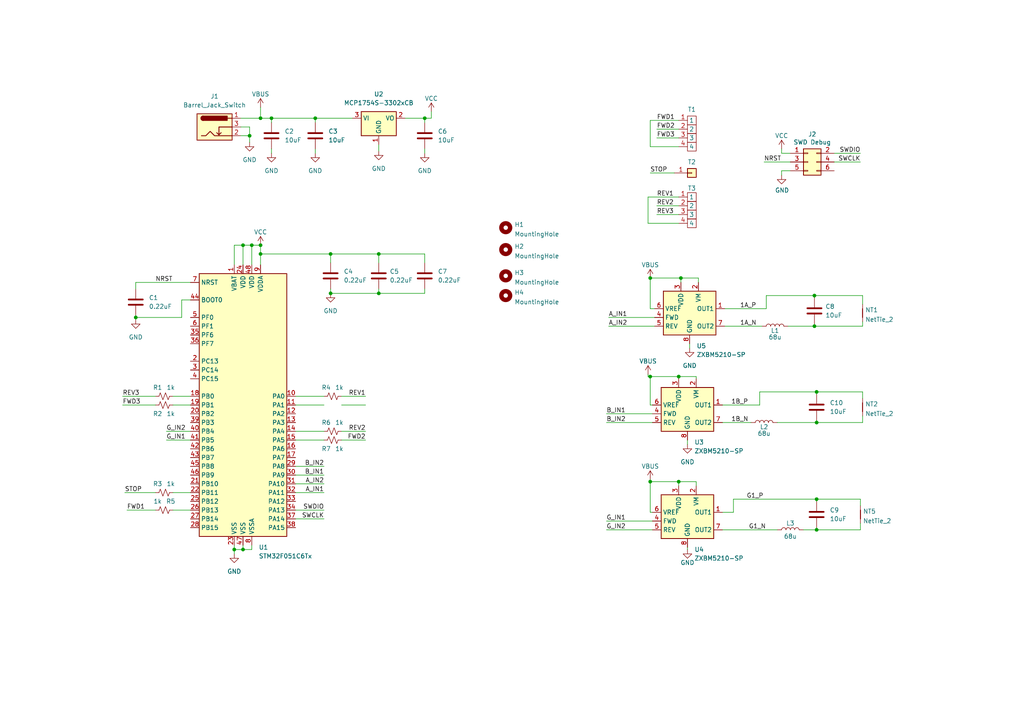
<source format=kicad_sch>
(kicad_sch (version 20211123) (generator eeschema)
  (paper "A4")
  (lib_symbols
    (symbol "Connector:Barrel_Jack_Switch" (pin_names hide)
      (property "Reference" "J" (at 0 5.334 0))
      (property "Value" "Barrel_Jack_Switch" (at 0 -5.08 0))
      (symbol "Barrel_Jack_Switch_0_1"
        (rectangle (start -5.08 3.81) (end 5.08 -3.81) (stroke (width 0.254)) (fill (type background)))
        (arc (start -3.302 3.175) (mid -3.937 2.54) (end -3.302 1.905) (stroke (width 0.254)))
        (arc (start -3.302 3.175) (mid -3.937 2.54) (end -3.302 1.905) (stroke (width 0.254)) (fill (type outline)))
        (polyline (pts (xy 1.27 -2.286) (xy 1.905 -1.651)) (stroke (width 0.254)))
        (polyline (pts (xy 5.08 2.54) (xy 3.81 2.54)) (stroke (width 0.254)))
        (polyline (pts (xy 5.08 0) (xy 1.27 0) (xy 1.27 -2.286) (xy 0.635 -1.651)) (stroke (width 0.254)))
        (polyline (pts (xy -3.81 -2.54) (xy -2.54 -2.54) (xy -1.27 -1.27) (xy 0 -2.54) (xy 2.54 -2.54) (xy 5.08 -2.54)) (stroke (width 0.254)))
        (rectangle (start 3.683 3.175) (end -3.302 1.905) (stroke (width 0.254)) (fill (type outline)))
      )
      (symbol "Barrel_Jack_Switch_1_1"
        (pin passive line (at 7.62 2.54 180) (length 2.54) (name "~") (number "1"))
        (pin passive line (at 7.62 -2.54 180) (length 2.54) (name "~") (number "2"))
        (pin passive line (at 7.62 0 180) (length 2.54) (name "~") (number "3"))
      )
    )
    (symbol "Connector_Generic:Conn_01x01" (pin_names (offset 1.016) hide)
      (property "Reference" "J" (at 0 2.54 0))
      (property "Value" "Conn_01x01" (at 0 -2.54 0))
      (symbol "Conn_01x01_1_1"
        (rectangle (start -1.27 0.127) (end 0 -0.127) (stroke (width 0.1524)))
        (rectangle (start -1.27 1.27) (end 1.27 -1.27) (stroke (width 0.254)) (fill (type background)))
        (pin passive line (at -5.08 0 0) (length 3.81) (name "Pin_1") (number "1"))
      )
    )
    (symbol "Connector_Generic:Conn_02x03_Odd_Even" (pin_names (offset 1.016) hide)
      (property "Reference" "J" (at 1.27 5.08 0))
      (property "Value" "Conn_02x03_Odd_Even" (at 1.27 -5.08 0))
      (symbol "Conn_02x03_Odd_Even_1_1"
        (rectangle (start -1.27 -2.413) (end 0 -2.667) (stroke (width 0.1524)))
        (rectangle (start -1.27 0.127) (end 0 -0.127) (stroke (width 0.1524)))
        (rectangle (start -1.27 2.667) (end 0 2.413) (stroke (width 0.1524)))
        (rectangle (start -1.27 3.81) (end 3.81 -3.81) (stroke (width 0.254)) (fill (type background)))
        (rectangle (start 3.81 -2.413) (end 2.54 -2.667) (stroke (width 0.1524)))
        (rectangle (start 3.81 0.127) (end 2.54 -0.127) (stroke (width 0.1524)))
        (rectangle (start 3.81 2.667) (end 2.54 2.413) (stroke (width 0.1524)))
        (pin passive line (at -5.08 2.54 0) (length 3.81) (name "Pin_1") (number "1"))
        (pin passive line (at 7.62 2.54 180) (length 3.81) (name "Pin_2") (number "2"))
        (pin passive line (at -5.08 0 0) (length 3.81) (name "Pin_3") (number "3"))
        (pin passive line (at 7.62 0 180) (length 3.81) (name "Pin_4") (number "4"))
        (pin passive line (at -5.08 -2.54 0) (length 3.81) (name "Pin_5") (number "5"))
        (pin passive line (at 7.62 -2.54 180) (length 3.81) (name "Pin_6") (number "6"))
      )
    )
    (symbol "Device:C" (pin_numbers hide) (pin_names (offset 0.254))
      (property "Reference" "C" (at 0.635 2.54 0))
      (property "Value" "C" (at 0.635 -2.54 0))
      (symbol "C_0_1"
        (polyline (pts (xy -2.032 -0.762) (xy 2.032 -0.762)) (stroke (width 0.508)))
        (polyline (pts (xy -2.032 0.762) (xy 2.032 0.762)) (stroke (width 0.508)))
      )
      (symbol "C_1_1"
        (pin passive line (at 0 3.81 270) (length 2.794) (name "~") (number "1"))
        (pin passive line (at 0 -3.81 90) (length 2.794) (name "~") (number "2"))
      )
    )
    (symbol "Device:L" (pin_numbers hide) (pin_names (offset 1.016) hide)
      (property "Reference" "L" (at -1.27 0 90))
      (property "Value" "L" (at 1.905 0 90))
      (symbol "L_0_1"
        (arc (start 0 -2.54) (mid 0.635 -1.905) (end 0 -1.27))
        (arc (start 0 -1.27) (mid 0.635 -0.635) (end 0 0))
        (arc (start 0 0) (mid 0.635 0.635) (end 0 1.27))
        (arc (start 0 1.27) (mid 0.635 1.905) (end 0 2.54))
      )
      (symbol "L_1_1"
        (pin passive line (at 0 3.81 270) (length 1.27) (name "1") (number "1"))
        (pin passive line (at 0 -3.81 90) (length 1.27) (name "2") (number "2"))
      )
    )
    (symbol "Device:NetTie_2" (pin_numbers hide) (pin_names (offset 0) hide)
      (property "Reference" "NT" (at 0 1.27 0))
      (property "Value" "NetTie_2" (at 0 -1.27 0))
      (symbol "NetTie_2_0_1"
        (polyline (pts (xy -1.27 0) (xy 1.27 0)) (stroke (width 0.254)))
      )
      (symbol "NetTie_2_1_1"
        (pin passive line (at -2.54 0 0) (length 2.54) (name "1") (number "1"))
        (pin passive line (at 2.54 0 180) (length 2.54) (name "2") (number "2"))
      )
    )
    (symbol "Device:R_Small_US" (pin_numbers hide) (pin_names (offset 0.254) hide)
      (property "Reference" "R" (at 0.762 0.508 0))
      (property "Value" "R_Small_US" (at 0.762 -1.016 0))
      (symbol "R_Small_US_1_1"
        (polyline (pts (xy 0 0) (xy 1.016 -0.381) (xy 0 -0.762) (xy -1.016 -1.143) (xy 0 -1.524)))
        (polyline (pts (xy 0 1.524) (xy 1.016 1.143) (xy 0 0.762) (xy -1.016 0.381) (xy 0 0)))
        (pin passive line (at 0 2.54 270) (length 1.016) (name "~") (number "1"))
        (pin passive line (at 0 -2.54 90) (length 1.016) (name "~") (number "2"))
      )
    )
    (symbol "Driver_Motor:ZXBM5210-SP"
      (property "Reference" "U" (at -7.62 8.89 0))
      (property "Value" "ZXBM5210-SP" (at 10.16 8.89 0))
      (symbol "ZXBM5210-SP_0_0"
        (pin output line (at 10.16 2.54 180) (length 2.54) (name "OUT1") (number "1"))
        (pin power_in line (at 2.54 10.16 270) (length 2.54) (name "VM") (number "2"))
        (pin power_in line (at -2.54 10.16 270) (length 2.54) (name "VDD") (number "3"))
        (pin input line (at -10.16 0 0) (length 2.54) (name "FWD") (number "4"))
        (pin input line (at -10.16 -2.54 0) (length 2.54) (name "REV") (number "5"))
        (pin input line (at -10.16 2.54 0) (length 2.54) (name "VREF") (number "6"))
        (pin output line (at 10.16 -2.54 180) (length 2.54) (name "OUT2") (number "7"))
        (pin power_in line (at 0 -7.62 90) (length 2.54) (name "GND") (number "8"))
        (pin passive line (at 0 -7.62 90) (length 2.54) hide (name "GND") (number "9"))
      )
      (symbol "ZXBM5210-SP_0_1"
        (rectangle (start -7.62 7.62) (end 7.62 -5.08) (stroke (width 0.254)) (fill (type background)))
      )
    )
    (symbol "MCU_ST_STM32F0:STM32F051C6Tx"
      (property "Reference" "U" (at -12.7 39.37 0))
      (property "Value" "STM32F051C6Tx" (at 7.62 39.37 0))
      (symbol "STM32F051C6Tx_0_1"
        (rectangle (start -12.7 -38.1) (end 12.7 38.1) (stroke (width 0.254)) (fill (type background)))
      )
      (symbol "STM32F051C6Tx_1_1"
        (pin power_in line (at -2.54 40.64 270) (length 2.54) (name "VBAT") (number "1"))
        (pin bidirectional line (at 15.24 2.54 180) (length 2.54) (name "PA0") (number "10"))
        (pin bidirectional line (at 15.24 0 180) (length 2.54) (name "PA1") (number "11"))
        (pin bidirectional line (at 15.24 -2.54 180) (length 2.54) (name "PA2") (number "12"))
        (pin bidirectional line (at 15.24 -5.08 180) (length 2.54) (name "PA3") (number "13"))
        (pin bidirectional line (at 15.24 -7.62 180) (length 2.54) (name "PA4") (number "14"))
        (pin bidirectional line (at 15.24 -10.16 180) (length 2.54) (name "PA5") (number "15"))
        (pin bidirectional line (at 15.24 -12.7 180) (length 2.54) (name "PA6") (number "16"))
        (pin bidirectional line (at 15.24 -15.24 180) (length 2.54) (name "PA7") (number "17"))
        (pin bidirectional line (at -15.24 2.54 0) (length 2.54) (name "PB0") (number "18"))
        (pin bidirectional line (at -15.24 0 0) (length 2.54) (name "PB1") (number "19"))
        (pin bidirectional line (at -15.24 12.7 0) (length 2.54) (name "PC13") (number "2"))
        (pin bidirectional line (at -15.24 -2.54 0) (length 2.54) (name "PB2") (number "20"))
        (pin bidirectional line (at -15.24 -22.86 0) (length 2.54) (name "PB10") (number "21"))
        (pin bidirectional line (at -15.24 -25.4 0) (length 2.54) (name "PB11") (number "22"))
        (pin power_in line (at -2.54 -40.64 90) (length 2.54) (name "VSS") (number "23"))
        (pin power_in line (at 0 40.64 270) (length 2.54) (name "VDD") (number "24"))
        (pin bidirectional line (at -15.24 -27.94 0) (length 2.54) (name "PB12") (number "25"))
        (pin bidirectional line (at -15.24 -30.48 0) (length 2.54) (name "PB13") (number "26"))
        (pin bidirectional line (at -15.24 -33.02 0) (length 2.54) (name "PB14") (number "27"))
        (pin bidirectional line (at -15.24 -35.56 0) (length 2.54) (name "PB15") (number "28"))
        (pin bidirectional line (at 15.24 -17.78 180) (length 2.54) (name "PA8") (number "29"))
        (pin bidirectional line (at -15.24 10.16 0) (length 2.54) (name "PC14") (number "3"))
        (pin bidirectional line (at 15.24 -20.32 180) (length 2.54) (name "PA9") (number "30"))
        (pin bidirectional line (at 15.24 -22.86 180) (length 2.54) (name "PA10") (number "31"))
        (pin bidirectional line (at 15.24 -25.4 180) (length 2.54) (name "PA11") (number "32"))
        (pin bidirectional line (at 15.24 -27.94 180) (length 2.54) (name "PA12") (number "33"))
        (pin bidirectional line (at 15.24 -30.48 180) (length 2.54) (name "PA13") (number "34"))
        (pin bidirectional line (at -15.24 20.32 0) (length 2.54) (name "PF6") (number "35"))
        (pin bidirectional line (at -15.24 17.78 0) (length 2.54) (name "PF7") (number "36"))
        (pin bidirectional line (at 15.24 -33.02 180) (length 2.54) (name "PA14") (number "37"))
        (pin bidirectional line (at 15.24 -35.56 180) (length 2.54) (name "PA15") (number "38"))
        (pin bidirectional line (at -15.24 -5.08 0) (length 2.54) (name "PB3") (number "39"))
        (pin bidirectional line (at -15.24 7.62 0) (length 2.54) (name "PC15") (number "4"))
        (pin bidirectional line (at -15.24 -7.62 0) (length 2.54) (name "PB4") (number "40"))
        (pin bidirectional line (at -15.24 -10.16 0) (length 2.54) (name "PB5") (number "41"))
        (pin bidirectional line (at -15.24 -12.7 0) (length 2.54) (name "PB6") (number "42"))
        (pin bidirectional line (at -15.24 -15.24 0) (length 2.54) (name "PB7") (number "43"))
        (pin input line (at -15.24 30.48 0) (length 2.54) (name "BOOT0") (number "44"))
        (pin bidirectional line (at -15.24 -17.78 0) (length 2.54) (name "PB8") (number "45"))
        (pin bidirectional line (at -15.24 -20.32 0) (length 2.54) (name "PB9") (number "46"))
        (pin power_in line (at 0 -40.64 90) (length 2.54) (name "VSS") (number "47"))
        (pin power_in line (at 2.54 40.64 270) (length 2.54) (name "VDD") (number "48"))
        (pin input line (at -15.24 25.4 0) (length 2.54) (name "PF0") (number "5"))
        (pin input line (at -15.24 22.86 0) (length 2.54) (name "PF1") (number "6"))
        (pin input line (at -15.24 35.56 0) (length 2.54) (name "NRST") (number "7"))
        (pin power_in line (at 2.54 -40.64 90) (length 2.54) (name "VSSA") (number "8"))
        (pin power_in line (at 5.08 40.64 270) (length 2.54) (name "VDDA") (number "9"))
      )
    )
    (symbol "Mechanical:MountingHole" (pin_names (offset 1.016))
      (property "Reference" "H" (at 0 5.08 0))
      (property "Value" "MountingHole" (at 0 3.175 0))
      (symbol "MountingHole_0_1"
        (circle (center 0 0) (radius 1.27) (stroke (width 1.27)))
      )
    )
    (symbol "Regulator_Linear:MCP1754S-3302xCB"
      (property "Reference" "U" (at -3.81 3.175 0))
      (property "Value" "MCP1754S-3302xCB" (at -0.635 3.175 0))
      (symbol "MCP1754S-3302xCB_0_1"
        (rectangle (start -5.08 -5.08) (end 5.08 1.905) (stroke (width 0.254)) (fill (type background)))
      )
      (symbol "MCP1754S-3302xCB_1_1"
        (pin power_in line (at 0 -7.62 90) (length 2.54) (name "GND") (number "1"))
        (pin power_out line (at 7.62 0 180) (length 2.54) (name "VO") (number "2"))
        (pin power_in line (at -7.62 0 0) (length 2.54) (name "VI") (number "3"))
      )
    )
    (symbol "power:GND" (power) (pin_names (offset 0))
      (property "Value" "GND" (at 0 -3.81 0))
      (symbol "GND_0_1"
        (polyline (pts (xy 0 0) (xy 0 -1.27) (xy 1.27 -1.27) (xy 0 -2.54) (xy -1.27 -1.27) (xy 0 -1.27)))
      )
      (symbol "GND_1_1"
        (pin power_in line (at 0 0 270) (length 0) hide (name "GND") (number "1"))
      )
    )
    (symbol "power:VBUS" (power) (pin_names (offset 0))
      (property "Value" "VBUS" (at 0 3.81 0))
      (symbol "VBUS_0_1"
        (polyline (pts (xy -0.762 1.27) (xy 0 2.54)))
        (polyline (pts (xy 0 0) (xy 0 2.54)))
        (polyline (pts (xy 0 2.54) (xy 0.762 1.27)))
      )
      (symbol "VBUS_1_1"
        (pin power_in line (at 0 0 90) (length 0) hide (name "VBUS") (number "1"))
      )
    )
    (symbol "power:VCC" (power) (pin_names (offset 0))
      (property "Value" "VCC" (at 0 3.81 0))
      (symbol "VCC_0_1"
        (polyline (pts (xy -0.762 1.27) (xy 0 2.54)))
        (polyline (pts (xy 0 0) (xy 0 2.54)))
        (polyline (pts (xy 0 2.54) (xy 0.762 1.27)))
      )
      (symbol "VCC_1_1"
        (pin power_in line (at 0 0 90) (length 0) hide (name "VCC") (number "1"))
      )
    )
    (symbol "track_v2:LinearTouch4"
      (property "Reference" "U" (at 0 -10.16 0))
      (property "Value" "LinearTouch4" (at 0 -7.62 0))
      (symbol "LinearTouch4_0_1"
        (rectangle (start -1.27 -2.54) (end 1.27 -5.08))
        (rectangle (start -1.27 0) (end 1.27 -2.54))
        (rectangle (start -1.27 2.54) (end 1.27 0))
        (rectangle (start -1.27 5.08) (end 1.27 2.54))
      )
      (symbol "LinearTouch4_1_1"
        (pin input line (at 3.81 3.81 180) (length 2.54) (name "1") (number "1"))
        (pin input line (at 3.81 1.27 180) (length 2.54) (name "2") (number "2"))
        (pin input line (at 3.81 -1.27 180) (length 2.54) (name "3") (number "3"))
        (pin input line (at 3.81 -3.81 180) (length 2.54) (name "4") (number "4"))
      )
    )
  )
  (junction (at 95.885 85.09))
  (junction (at 39.37 92.075))
  (junction (at 188.595 80.645))
  (junction (at 73.025 71.12))
  (junction (at 196.85 139.7))
  (junction (at 188.595 139.7))
  (junction (at 236.855 153.67))
  (junction (at 91.44 34.29))
  (junction (at 70.485 159.385))
  (junction (at 236.855 144.78))
  (junction (at 236.855 113.665))
  (junction (at 78.74 34.29))
  (junction (at 70.485 71.12))
  (junction (at 109.855 85.09))
  (junction (at 236.22 85.725))
  (junction (at 196.85 109.22))
  (junction (at 109.855 73.66))
  (junction (at 236.22 94.615))
  (junction (at 72.39 39.37))
  (junction (at 197.485 80.645))
  (junction (at 95.885 73.66))
  (junction (at 75.565 34.29))
  (junction (at 236.855 122.555))
  (junction (at 188.595 109.22))
  (junction (at 75.565 73.66))
  (junction (at 123.19 34.29))
  (junction (at 67.945 159.385))
  (junction (at 75.565 71.12))
  (wire (pts (xy 176.53 94.615) (xy 189.865 94.615)))
  (wire (pts (xy 249.555 153.67) (xy 236.855 153.67)))
  (wire (pts (xy 250.19 122.555) (xy 250.19 120.65)))
  (wire (pts (xy 72.39 36.83) (xy 72.39 39.37)))
  (wire (pts (xy 176.53 92.075) (xy 189.865 92.075)))
  (wire (pts (xy 35.56 117.475) (xy 45.085 117.475)))
  (wire (pts (xy 75.565 73.66) (xy 95.885 73.66)))
  (wire (pts (xy 78.74 34.29) (xy 78.74 35.56)))
  (wire (pts (xy 70.485 159.385) (xy 73.025 159.385)))
  (wire (pts (xy 209.55 153.67) (xy 225.425 153.67)))
  (wire (pts (xy 85.725 127.635) (xy 93.98 127.635)))
  (wire (pts (xy 117.475 34.29) (xy 123.19 34.29)))
  (wire (pts (xy 50.165 147.955) (xy 55.245 147.955)))
  (wire (pts (xy 95.885 85.09) (xy 109.855 85.09)))
  (wire (pts (xy 236.855 113.665) (xy 220.345 113.665)))
  (wire (pts (xy 39.37 91.44) (xy 39.37 92.075)))
  (wire (pts (xy 67.945 159.385) (xy 70.485 159.385)))
  (wire (pts (xy 236.855 153.67) (xy 236.855 153.035)))
  (wire (pts (xy 67.945 158.115) (xy 67.945 159.385)))
  (wire (pts (xy 249.555 151.765) (xy 249.555 153.67)))
  (wire (pts (xy 188.595 80.645) (xy 197.485 80.645)))
  (wire (pts (xy 202.565 80.645) (xy 202.565 81.915)))
  (wire (pts (xy 175.895 153.67) (xy 189.23 153.67)))
  (wire (pts (xy 209.55 148.59) (xy 212.725 148.59)))
  (wire (pts (xy 52.705 86.995) (xy 55.245 86.995)))
  (wire (pts (xy 199.39 158.75) (xy 199.39 159.385)))
  (wire (pts (xy 233.045 153.67) (xy 236.855 153.67)))
  (wire (pts (xy 123.19 34.29) (xy 125.095 34.29)))
  (wire (pts (xy 67.945 76.835) (xy 67.945 71.12)))
  (wire (pts (xy 212.725 144.78) (xy 212.725 148.59)))
  (wire (pts (xy 52.705 92.075) (xy 52.705 86.995)))
  (wire (pts (xy 196.85 42.545) (xy 188.595 42.545)))
  (wire (pts (xy 199.39 127.635) (xy 199.39 128.905)))
  (wire (pts (xy 226.695 44.45) (xy 229.235 44.45)))
  (wire (pts (xy 225.425 122.555) (xy 236.855 122.555)))
  (wire (pts (xy 75.565 34.29) (xy 78.74 34.29)))
  (wire (pts (xy 250.19 85.725) (xy 250.19 88.265)))
  (wire (pts (xy 99.06 127.635) (xy 106.045 127.635)))
  (wire (pts (xy 229.235 46.99) (xy 221.615 46.99)))
  (wire (pts (xy 196.85 62.23) (xy 190.5 62.23)))
  (wire (pts (xy 50.165 117.475) (xy 55.245 117.475)))
  (wire (pts (xy 188.595 139.7) (xy 188.595 148.59)))
  (wire (pts (xy 236.22 85.725) (xy 250.19 85.725)))
  (wire (pts (xy 209.55 122.555) (xy 217.805 122.555)))
  (wire (pts (xy 109.855 41.91) (xy 109.855 43.815)))
  (wire (pts (xy 69.85 34.29) (xy 75.565 34.29)))
  (wire (pts (xy 201.93 109.22) (xy 201.93 109.855)))
  (wire (pts (xy 222.25 85.725) (xy 236.22 85.725)))
  (wire (pts (xy 85.725 125.095) (xy 93.98 125.095)))
  (wire (pts (xy 91.44 34.29) (xy 102.235 34.29)))
  (wire (pts (xy 99.06 125.095) (xy 106.045 125.095)))
  (wire (pts (xy 226.695 49.53) (xy 226.695 50.8)))
  (wire (pts (xy 175.895 122.555) (xy 189.23 122.555)))
  (wire (pts (xy 187.96 64.77) (xy 196.85 64.77)))
  (wire (pts (xy 99.06 114.935) (xy 106.045 114.935)))
  (wire (pts (xy 188.595 139.7) (xy 188.595 139.065)))
  (wire (pts (xy 196.85 57.15) (xy 187.96 57.15)))
  (wire (pts (xy 197.485 80.645) (xy 197.485 81.915)))
  (wire (pts (xy 48.26 125.095) (xy 55.245 125.095)))
  (wire (pts (xy 236.22 93.98) (xy 236.22 94.615)))
  (wire (pts (xy 109.855 83.82) (xy 109.855 85.09)))
  (wire (pts (xy 48.26 127.635) (xy 55.245 127.635)))
  (wire (pts (xy 250.19 113.665) (xy 250.19 115.57)))
  (wire (pts (xy 36.83 147.955) (xy 45.085 147.955)))
  (wire (pts (xy 70.485 71.12) (xy 70.485 76.835)))
  (wire (pts (xy 69.85 36.83) (xy 72.39 36.83)))
  (wire (pts (xy 39.37 81.915) (xy 39.37 83.82)))
  (wire (pts (xy 75.565 34.29) (xy 75.565 31.115)))
  (wire (pts (xy 226.695 43.18) (xy 226.695 44.45)))
  (wire (pts (xy 236.855 121.92) (xy 236.855 122.555)))
  (wire (pts (xy 188.595 42.545) (xy 188.595 34.925)))
  (wire (pts (xy 201.93 139.7) (xy 201.93 140.97)))
  (wire (pts (xy 175.895 151.13) (xy 189.23 151.13)))
  (wire (pts (xy 73.025 71.12) (xy 73.025 76.835)))
  (wire (pts (xy 67.945 159.385) (xy 67.945 160.655)))
  (wire (pts (xy 196.85 139.7) (xy 201.93 139.7)))
  (wire (pts (xy 189.23 117.475) (xy 188.595 117.475)))
  (wire (pts (xy 70.485 159.385) (xy 70.485 158.115)))
  (wire (pts (xy 123.19 34.29) (xy 123.19 35.56)))
  (wire (pts (xy 209.55 117.475) (xy 220.345 117.475)))
  (wire (pts (xy 229.235 49.53) (xy 226.695 49.53)))
  (wire (pts (xy 85.725 117.475) (xy 93.98 117.475)))
  (wire (pts (xy 196.85 109.22) (xy 201.93 109.22)))
  (wire (pts (xy 196.85 40.005) (xy 190.5 40.005)))
  (wire (pts (xy 78.74 34.29) (xy 91.44 34.29)))
  (wire (pts (xy 95.885 83.82) (xy 95.885 85.09)))
  (wire (pts (xy 50.165 142.875) (xy 55.245 142.875)))
  (wire (pts (xy 85.725 135.255) (xy 93.98 135.255)))
  (wire (pts (xy 85.725 140.335) (xy 93.98 140.335)))
  (wire (pts (xy 95.885 73.66) (xy 109.855 73.66)))
  (wire (pts (xy 188.595 89.535) (xy 188.595 80.645)))
  (wire (pts (xy 35.56 114.935) (xy 45.085 114.935)))
  (wire (pts (xy 85.725 147.955) (xy 93.98 147.955)))
  (wire (pts (xy 175.895 120.015) (xy 189.23 120.015)))
  (wire (pts (xy 187.96 57.15) (xy 187.96 64.77)))
  (wire (pts (xy 85.725 150.495) (xy 93.98 150.495)))
  (wire (pts (xy 39.37 92.075) (xy 39.37 92.71)))
  (wire (pts (xy 236.855 122.555) (xy 250.19 122.555)))
  (wire (pts (xy 69.85 39.37) (xy 72.39 39.37)))
  (wire (pts (xy 210.185 94.615) (xy 220.98 94.615)))
  (wire (pts (xy 196.85 140.97) (xy 196.85 139.7)))
  (wire (pts (xy 196.85 34.925) (xy 188.595 34.925)))
  (wire (pts (xy 125.095 32.385) (xy 125.095 34.29)))
  (wire (pts (xy 212.725 144.78) (xy 236.855 144.78)))
  (wire (pts (xy 75.565 71.12) (xy 75.565 73.66)))
  (wire (pts (xy 197.485 80.645) (xy 202.565 80.645)))
  (wire (pts (xy 123.19 73.66) (xy 123.19 76.2)))
  (wire (pts (xy 85.725 142.875) (xy 93.98 142.875)))
  (wire (pts (xy 55.245 81.915) (xy 39.37 81.915)))
  (wire (pts (xy 91.44 43.18) (xy 91.44 44.45)))
  (wire (pts (xy 36.195 142.875) (xy 45.085 142.875)))
  (wire (pts (xy 73.025 159.385) (xy 73.025 158.115)))
  (wire (pts (xy 123.19 43.18) (xy 123.19 44.45)))
  (wire (pts (xy 109.855 73.66) (xy 109.855 76.2)))
  (wire (pts (xy 241.935 44.45) (xy 249.555 44.45)))
  (wire (pts (xy 196.85 59.69) (xy 190.5 59.69)))
  (wire (pts (xy 188.595 109.22) (xy 188.595 117.475)))
  (wire (pts (xy 241.935 46.99) (xy 249.555 46.99)))
  (wire (pts (xy 250.19 94.615) (xy 250.19 93.345)))
  (wire (pts (xy 200.025 99.695) (xy 200.025 100.965)))
  (wire (pts (xy 75.565 73.66) (xy 75.565 76.835)))
  (wire (pts (xy 196.85 37.465) (xy 190.5 37.465)))
  (wire (pts (xy 109.855 85.09) (xy 123.19 85.09)))
  (wire (pts (xy 39.37 92.075) (xy 52.705 92.075)))
  (wire (pts (xy 236.855 114.3) (xy 236.855 113.665)))
  (wire (pts (xy 67.945 71.12) (xy 70.485 71.12)))
  (wire (pts (xy 78.74 43.18) (xy 78.74 44.45)))
  (wire (pts (xy 85.725 114.935) (xy 93.98 114.935)))
  (wire (pts (xy 72.39 39.37) (xy 72.39 41.275)))
  (wire (pts (xy 195.58 50.165) (xy 188.595 50.165)))
  (wire (pts (xy 95.885 73.66) (xy 95.885 76.2)))
  (wire (pts (xy 236.855 144.78) (xy 236.855 145.415)))
  (wire (pts (xy 85.725 137.795) (xy 93.98 137.795)))
  (wire (pts (xy 236.855 113.665) (xy 250.19 113.665)))
  (wire (pts (xy 91.44 34.29) (xy 91.44 35.56)))
  (wire (pts (xy 99.06 117.475) (xy 106.045 117.475)))
  (wire (pts (xy 70.485 71.12) (xy 73.025 71.12)))
  (wire (pts (xy 220.345 113.665) (xy 220.345 117.475)))
  (wire (pts (xy 236.855 144.78) (xy 249.555 144.78)))
  (wire (pts (xy 196.85 109.22) (xy 196.85 109.855)))
  (wire (pts (xy 189.865 89.535) (xy 188.595 89.535)))
  (wire (pts (xy 210.185 89.535) (xy 222.25 89.535)))
  (wire (pts (xy 187.96 109.22) (xy 188.595 109.22)))
  (wire (pts (xy 187.96 108.585) (xy 187.96 109.22)))
  (wire (pts (xy 236.22 94.615) (xy 250.19 94.615)))
  (wire (pts (xy 50.165 114.935) (xy 55.245 114.935)))
  (wire (pts (xy 123.19 85.09) (xy 123.19 83.82)))
  (wire (pts (xy 189.23 148.59) (xy 188.595 148.59)))
  (wire (pts (xy 249.555 144.78) (xy 249.555 146.685)))
  (wire (pts (xy 236.22 85.725) (xy 236.22 86.36)))
  (wire (pts (xy 109.855 73.66) (xy 123.19 73.66)))
  (wire (pts (xy 73.025 71.12) (xy 75.565 71.12)))
  (wire (pts (xy 228.6 94.615) (xy 236.22 94.615)))
  (wire (pts (xy 222.25 89.535) (xy 222.25 85.725)))
  (wire (pts (xy 196.85 139.7) (xy 188.595 139.7)))
  (wire (pts (xy 188.595 109.22) (xy 196.85 109.22)))
  (label "G1_P" (at 216.535 144.78 0))
  (label "A_IN2" (at 93.98 140.335 180))
  (label "1B_N" (at 212.09 122.555 0))
  (label "SWCLK" (at 93.98 150.495 180))
  (label "REV2" (at 106.045 125.095 180))
  (label "1B_P" (at 212.09 117.475 0))
  (label "NRST" (at 45.085 81.915 0))
  (label "STOP" (at 36.195 142.875 0))
  (label "REV2" (at 190.5 59.69 0))
  (label "B_IN1" (at 93.98 137.795 180))
  (label "B_IN1" (at 175.895 120.015 0))
  (label "STOP" (at 188.595 50.165 0))
  (label "FWD2" (at 106.045 127.635 180))
  (label "REV1" (at 190.5 57.15 0))
  (label "A_IN2" (at 176.53 94.615 0))
  (label "B_IN2" (at 175.895 122.555 0))
  (label "G_IN1" (at 48.26 127.635 0))
  (label "A_IN1" (at 176.53 92.075 0))
  (label "FWD1" (at 190.5 34.925 0))
  (label "G_IN2" (at 48.26 125.095 0))
  (label "SWDIO" (at 93.98 147.955 180))
  (label "1A_N" (at 214.63 94.615 0))
  (label "FWD1" (at 36.83 147.955 0))
  (label "FWD3" (at 190.5 40.005 0))
  (label "A_IN1" (at 93.98 142.875 180))
  (label "1A_P" (at 214.63 89.535 0))
  (label "REV3" (at 190.5 62.23 0))
  (label "B_IN2" (at 93.98 135.255 180))
  (label "G1_N" (at 217.17 153.67 0))
  (label "REV1" (at 106.045 114.935 180))
  (label "SWCLK" (at 249.555 46.99 180))
  (label "REV3" (at 35.56 114.935 0))
  (label "SWDIO" (at 249.555 44.45 180))
  (label "NRST" (at 221.615 46.99 0))
  (label "FWD3" (at 35.56 117.475 0))
  (label "G_IN1" (at 175.895 151.13 0))
  (label "G_IN2" (at 175.895 153.67 0))
  (label "FWD2" (at 190.5 37.465 0))
  (symbol (lib_id "power:GND") (at 109.855 43.815 0) (unit 1)
    (property "Reference" "#PWR0112" (effects hide))
    (property "Value" "GND" (at 109.855 48.895 0))
  )
  (symbol (lib_id "power:GND") (at 95.885 85.09 0) (unit 1)
    (property "Reference" "#PWR0105" (effects hide))
    (property "Value" "GND" (at 95.885 90.17 0))
  )
  (symbol (lib_id "power:GND") (at 199.39 128.905 0) (unit 1)
    (property "Reference" "#PWR0119" (effects hide))
    (property "Value" "GND" (at 199.39 133.985 0))
  )
  (symbol (lib_id "power:GND") (at 91.44 44.45 0) (unit 1)
    (property "Reference" "#PWR0111" (effects hide))
    (property "Value" "GND" (at 91.44 49.53 0))
  )
  (symbol (lib_id "Device:C") (at 91.44 39.37 0) (unit 1)
    (property "Reference" "C3" (at 95.25 38.0999 0) (effects (justify left)))
    (property "Value" "10uF" (at 95.25 40.6399 0) (effects (justify left)))
    (property "Footprint" "Capacitor_SMD:C_0805_2012Metric" (effects hide))
    (property "Mfg Part Number" "CL21A106KAYNNNG" (effects hide))
    (property "Part Description" "CAP CER 10UF 25V X5R 0805" (effects hide))
  )
  (symbol (lib_id "Device:C") (at 109.855 80.01 180) (unit 1)
    (property "Reference" "C5" (at 113.03 78.7399 0) (effects (justify right)))
    (property "Value" "0.22uF" (at 113.03 81.2799 0) (effects (justify right)))
    (property "Footprint" "Capacitor_SMD:C_0603_1608Metric" (effects hide))
    (property "Mfg Part Number" "CL10B224KA8NNNC" (effects hide))
    (property "Part Description" "CAP CER 0.22UF 25V X7R 0603" (effects hide))
  )
  (symbol (lib_id "track_v2:LinearTouch4") (at 200.66 38.735 0) (mirror y) (unit 1)
    (property "Reference" "T1" (at 200.66 31.75 0))
    (property "Value" "LinearTouch4" (effects hide))
    (property "Footprint" "touch:linear_touch_40.0mm" (effects hide))
  )
  (symbol (lib_id "Connector:Barrel_Jack_Switch") (at 62.23 36.83 0) (unit 1)
    (property "Reference" "J1" (at 62.23 27.94 0))
    (property "Value" "Barrel_Jack_Switch" (at 62.23 30.48 0))
    (property "Footprint" "jmlib:RASM722BK_Barrel" (effects hide))
    (property "Mfg Part Number" "RASM722BK" (effects hide))
  )
  (symbol (lib_id "Device:NetTie_2") (at 250.19 118.11 90) (unit 1)
    (property "Reference" "NT2" (at 250.952 117.2015 90) (effects (justify right)))
    (property "Value" "NetTie_2" (at 250.952 119.9766 90) (effects (justify right)))
    (property "Footprint" "NetTie:NetTie-2_SMD_Pad0.5mm" (effects hide))
  )
  (symbol (lib_id "Connector_Generic:Conn_02x03_Odd_Even") (at 234.315 46.99 0) (unit 1)
    (property "Reference" "J2" (at 235.585 38.9382 0))
    (property "Value" "SWD Debug" (at 235.585 41.2496 0))
    (property "Footprint" "Connector_PinHeader_2.54mm:PinHeader_2x03_P2.54mm_Vertical_SMD" (effects hide))
    (property "Config" "DNP" (effects hide))
  )
  (symbol (lib_id "Driver_Motor:ZXBM5210-SP") (at 199.39 151.13 0) (unit 1)
    (property "Reference" "U4" (at 201.4094 159.385 0) (effects (justify left)))
    (property "Value" "ZXBM5210-SP" (at 201.4094 161.925 0) (effects (justify left)))
    (property "Footprint" "Package_SO:Diodes_SO-8EP" (effects hide))
    (property "Datasheet" "https://www.diodes.com/assets/Datasheets/ZXBM5210.pdf" (effects hide))
    (property "Mfg Part Number" "ZXBM5210-SP-13" (effects hide))
  )
  (symbol (lib_id "Device:C") (at 123.19 80.01 0) (unit 1)
    (property "Reference" "C7" (at 127 78.7399 0) (effects (justify left)))
    (property "Value" "0.22uF" (at 127 81.2799 0) (effects (justify left)))
    (property "Footprint" "Capacitor_SMD:C_0603_1608Metric" (effects hide))
    (property "Mfg Part Number" "CL10B224KA8NNNC" (effects hide))
    (property "Part Description" "CAP CER 0.22UF 25V X7R 0603" (effects hide))
  )
  (symbol (lib_id "Device:R_Small_US") (at 96.52 125.095 90) (unit 1)
    (property "Reference" "R6" (at 94.615 122.555 90))
    (property "Value" "1k" (at 98.425 122.555 90))
    (property "Footprint" "Resistor_SMD:R_0603_1608Metric" (effects hide))
  )
  (symbol (lib_id "Device:NetTie_2") (at 250.19 90.805 90) (unit 1)
    (property "Reference" "NT1" (at 250.952 89.8965 90) (effects (justify right)))
    (property "Value" "NetTie_2" (at 250.952 92.6716 90) (effects (justify right)))
    (property "Footprint" "NetTie:NetTie-2_SMD_Pad0.5mm" (effects hide))
  )
  (symbol (lib_id "Regulator_Linear:MCP1754S-3302xCB") (at 109.855 34.29 0) (unit 1)
    (property "Reference" "U2" (at 109.855 27.305 0))
    (property "Value" "MCP1754S-3302xCB" (at 109.855 29.845 0))
    (property "Footprint" "Package_TO_SOT_SMD:SOT-23" (effects hide))
    (property "Datasheet" "http://ww1.microchip.com/downloads/en/DeviceDoc/20002276C.pdf" (effects hide))
    (property "Mfg Part Number" "MCP1754ST-3302E/CB" (effects hide))
  )
  (symbol (lib_id "Device:R_Small_US") (at 47.625 142.875 90) (unit 1)
    (property "Reference" "R3" (at 45.72 140.335 90))
    (property "Value" "1k" (at 49.53 140.335 90))
    (property "Footprint" "Resistor_SMD:R_0603_1608Metric" (effects hide))
  )
  (symbol (lib_id "Device:R_Small_US") (at 96.52 114.935 90) (unit 1)
    (property "Reference" "R4" (at 94.615 112.395 90))
    (property "Value" "1k" (at 98.425 112.395 90))
    (property "Footprint" "Resistor_SMD:R_0603_1608Metric" (effects hide))
  )
  (symbol (lib_id "Device:C") (at 39.37 87.63 180) (unit 1)
    (property "Reference" "C1" (at 43.18 86.3599 0) (effects (justify right)))
    (property "Value" "0.22uF" (at 43.18 88.8999 0) (effects (justify right)))
    (property "Footprint" "Capacitor_SMD:C_0603_1608Metric" (effects hide))
    (property "Mfg Part Number" "CL10B224KA8NNNC" (effects hide))
    (property "Part Description" "CAP CER 0.22UF 25V X7R 0603" (effects hide))
  )
  (symbol (lib_id "Mechanical:MountingHole") (at 146.685 85.725 0) (unit 1)
    (property "Reference" "H4" (at 149.225 84.8165 0) (effects (justify left)))
    (property "Value" "MountingHole" (at 149.225 87.5916 0) (effects (justify left)))
    (property "Footprint" "MountingHole:MountingHole_3.2mm_M3" (effects hide))
  )
  (symbol (lib_id "Device:C") (at 236.22 90.17 0) (unit 1)
    (property "Reference" "C8" (at 239.395 88.9 0) (effects (justify left)))
    (property "Value" "10uF" (at 239.395 91.44 0) (effects (justify left)))
    (property "Footprint" "Capacitor_SMD:C_0805_2012Metric" (effects hide))
    (property "Mfg Part Number" "CL21A106KAYNNNG" (effects hide))
    (property "Part Description" "CAP CER 10UF 25V X5R 0805" (effects hide))
  )
  (symbol (lib_id "track_v2:LinearTouch4") (at 200.66 60.96 0) (mirror y) (unit 1)
    (property "Reference" "T3" (at 200.66 54.61 0))
    (property "Value" "LinearTouch4" (effects hide))
    (property "Footprint" "touch:linear_touch_40.0mm" (effects hide))
  )
  (symbol (lib_id "power:VBUS") (at 188.595 80.645 0) (unit 1)
    (property "Reference" "#PWR0120" (effects hide))
    (property "Value" "VBUS" (at 188.595 76.835 0))
  )
  (symbol (lib_id "power:GND") (at 226.695 50.8 0) (unit 1)
    (property "Reference" "#PWR0121" (effects hide))
    (property "Value" "GND" (at 226.822 55.1942 0))
  )
  (symbol (lib_id "Device:R_Small_US") (at 47.625 147.955 270) (unit 1)
    (property "Reference" "R5" (at 49.53 145.415 90))
    (property "Value" "1k" (at 45.72 145.415 90))
    (property "Footprint" "Resistor_SMD:R_0603_1608Metric" (effects hide))
  )
  (symbol (lib_id "power:GND") (at 72.39 41.275 0) (unit 1)
    (property "Reference" "#PWR0107" (effects hide))
    (property "Value" "GND" (at 72.39 46.355 0))
  )
  (symbol (lib_id "power:VBUS") (at 75.565 31.115 0) (unit 1)
    (property "Reference" "#PWR0106" (effects hide))
    (property "Value" "VBUS" (at 75.565 27.305 0))
  )
  (symbol (lib_id "power:GND") (at 199.39 159.385 0) (unit 1)
    (property "Reference" "#PWR0116" (effects hide))
    (property "Value" "GND" (at 199.39 163.195 0))
  )
  (symbol (lib_id "Device:C") (at 78.74 39.37 0) (unit 1)
    (property "Reference" "C2" (at 82.55 38.0999 0) (effects (justify left)))
    (property "Value" "10uF" (at 82.55 40.6399 0) (effects (justify left)))
    (property "Footprint" "Capacitor_SMD:C_0805_2012Metric" (effects hide))
    (property "Mfg Part Number" "CL21A106KAYNNNG" (effects hide))
    (property "Part Description" "CAP CER 10UF 25V X5R 0805" (effects hide))
  )
  (symbol (lib_id "Mechanical:MountingHole") (at 146.685 66.04 0) (unit 1)
    (property "Reference" "H1" (at 149.225 65.1315 0) (effects (justify left)))
    (property "Value" "MountingHole" (at 149.225 67.9066 0) (effects (justify left)))
    (property "Footprint" "MountingHole:MountingHole_3.2mm_M3" (effects hide))
  )
  (symbol (lib_id "Driver_Motor:ZXBM5210-SP") (at 200.025 92.075 0) (unit 1)
    (property "Reference" "U5" (at 202.0444 100.33 0) (effects (justify left)))
    (property "Value" "ZXBM5210-SP" (at 202.0444 102.87 0) (effects (justify left)))
    (property "Footprint" "Package_SO:Diodes_SO-8EP" (effects hide))
    (property "Datasheet" "https://www.diodes.com/assets/Datasheets/ZXBM5210.pdf" (effects hide))
    (property "Mfg Part Number" "ZXBM5210-SP-13" (effects hide))
  )
  (symbol (lib_id "power:GND") (at 78.74 44.45 0) (unit 1)
    (property "Reference" "#PWR0108" (effects hide))
    (property "Value" "GND" (at 78.74 49.53 0))
  )
  (symbol (lib_id "MCU_ST_STM32F0:STM32F051C6Tx") (at 70.485 117.475 0) (unit 1)
    (property "Reference" "U1" (at 75.0444 158.75 0) (effects (justify left)))
    (property "Value" "STM32F051C6Tx" (at 75.0444 161.29 0) (effects (justify left)))
    (property "Footprint" "Package_QFP:LQFP-48_7x7mm_P0.5mm" (effects hide))
    (property "Datasheet" "http://www.st.com/st-web-ui/static/active/en/resource/technical/document/datasheet/DM00039193.pdf" (effects hide))
  )
  (symbol (lib_id "power:VCC") (at 75.565 71.12 0) (unit 1)
    (property "Reference" "#PWR0104" (effects hide))
    (property "Value" "VCC" (at 75.565 67.31 0))
  )
  (symbol (lib_id "Device:L") (at 229.235 153.67 90) (unit 1)
    (property "Reference" "L3" (at 229.235 151.765 90))
    (property "Value" "68u" (at 229.235 155.575 90))
    (property "Footprint" "Inductor_SMD:L_Bourns_SRR1260" (effects hide))
    (property "Mfg Part Number" "SRR1260A-680M" (effects hide))
  )
  (symbol (lib_id "power:VBUS") (at 187.96 108.585 0) (unit 1)
    (property "Reference" "#PWR0117" (effects hide))
    (property "Value" "VBUS" (at 187.96 104.775 0))
  )
  (symbol (lib_id "power:GND") (at 39.37 92.71 0) (unit 1)
    (property "Reference" "#PWR0103" (effects hide))
    (property "Value" "GND" (at 39.37 97.79 0))
  )
  (symbol (lib_id "power:VCC") (at 226.695 43.18 0) (unit 1)
    (property "Reference" "#PWR?" (effects hide))
    (property "Value" "VCC" (at 226.695 39.37 0))
  )
  (symbol (lib_id "Mechanical:MountingHole") (at 146.685 80.01 0) (unit 1)
    (property "Reference" "H3" (at 149.225 79.1015 0) (effects (justify left)))
    (property "Value" "MountingHole" (at 149.225 81.8766 0) (effects (justify left)))
    (property "Footprint" "MountingHole:MountingHole_3.2mm_M3" (effects hide))
  )
  (symbol (lib_id "Device:C") (at 95.885 80.01 180) (unit 1)
    (property "Reference" "C4" (at 99.695 78.7399 0) (effects (justify right)))
    (property "Value" "0.22uF" (at 99.695 81.2799 0) (effects (justify right)))
    (property "Footprint" "Capacitor_SMD:C_0603_1608Metric" (effects hide))
    (property "Mfg Part Number" "CL10B224KA8NNNC" (effects hide))
    (property "Part Description" "CAP CER 0.22UF 25V X7R 0603" (effects hide))
  )
  (symbol (lib_id "Device:C") (at 236.855 118.11 0) (unit 1)
    (property "Reference" "C10" (at 240.665 116.8399 0) (effects (justify left)))
    (property "Value" "10uF" (at 240.665 119.3799 0) (effects (justify left)))
    (property "Footprint" "Capacitor_SMD:C_0805_2012Metric" (effects hide))
    (property "Mfg Part Number" "CL21A106KAYNNNG" (effects hide))
    (property "Part Description" "CAP CER 10UF 25V X5R 0805" (effects hide))
  )
  (symbol (lib_id "Device:L") (at 224.79 94.615 90) (unit 1)
    (property "Reference" "L1" (at 224.79 95.885 90))
    (property "Value" "68u" (at 224.79 97.79 90))
    (property "Footprint" "Inductor_SMD:L_Bourns_SRR1260" (effects hide))
    (property "Mfg Part Number" "SRR1260A-680M" (effects hide))
  )
  (symbol (lib_id "Device:R_Small_US") (at 96.52 127.635 90) (unit 1)
    (property "Reference" "R7" (at 94.615 130.175 90))
    (property "Value" "1k" (at 98.425 130.175 90))
    (property "Footprint" "Resistor_SMD:R_0603_1608Metric" (effects hide))
  )
  (symbol (lib_id "Driver_Motor:ZXBM5210-SP") (at 199.39 120.015 0) (unit 1)
    (property "Reference" "U3" (at 201.4094 128.27 0) (effects (justify left)))
    (property "Value" "ZXBM5210-SP" (at 201.4094 130.81 0) (effects (justify left)))
    (property "Footprint" "Package_SO:Diodes_SO-8EP" (effects hide))
    (property "Datasheet" "https://www.diodes.com/assets/Datasheets/ZXBM5210.pdf" (effects hide))
    (property "Mfg Part Number" "ZXBM5210-SP-13" (effects hide))
  )
  (symbol (lib_id "Device:R_Small_US") (at 47.625 117.475 90) (unit 1)
    (property "Reference" "R2" (at 45.72 120.015 90))
    (property "Value" "1k" (at 49.53 120.015 90))
    (property "Footprint" "Resistor_SMD:R_0603_1608Metric" (effects hide))
  )
  (symbol (lib_id "power:GND") (at 123.19 44.45 0) (unit 1)
    (property "Reference" "#PWR0110" (effects hide))
    (property "Value" "GND" (at 123.19 49.53 0))
  )
  (symbol (lib_id "Device:L") (at 221.615 122.555 90) (unit 1)
    (property "Reference" "L2" (at 221.615 123.825 90))
    (property "Value" "68u" (at 221.615 125.73 90))
    (property "Footprint" "Inductor_SMD:L_Bourns_SRR1260" (effects hide))
    (property "Mfg Part Number" "SRR1260A-680M" (effects hide))
  )
  (symbol (lib_id "power:VBUS") (at 188.595 139.065 0) (unit 1)
    (property "Reference" "#PWR0113" (effects hide))
    (property "Value" "VBUS" (at 188.595 135.255 0))
  )
  (symbol (lib_id "power:VCC") (at 125.095 32.385 0) (unit 1)
    (property "Reference" "#PWR0109" (effects hide))
    (property "Value" "VCC" (at 125.095 28.575 0))
  )
  (symbol (lib_id "Device:C") (at 236.855 149.225 0) (unit 1)
    (property "Reference" "C9" (at 240.665 147.9549 0) (effects (justify left)))
    (property "Value" "10uF" (at 240.665 150.4949 0) (effects (justify left)))
    (property "Footprint" "Capacitor_SMD:C_0805_2012Metric" (effects hide))
    (property "Mfg Part Number" "CL21A106KAYNNNG" (effects hide))
    (property "Part Description" "CAP CER 10UF 25V X5R 0805" (effects hide))
  )
  (symbol (lib_id "power:GND") (at 200.025 100.965 0) (unit 1)
    (property "Reference" "#PWR0118" (effects hide))
    (property "Value" "GND" (at 200.025 106.045 0))
  )
  (symbol (lib_id "Mechanical:MountingHole") (at 146.685 72.39 0) (unit 1)
    (property "Reference" "H2" (at 149.225 71.4815 0) (effects (justify left)))
    (property "Value" "MountingHole" (at 149.225 74.2566 0) (effects (justify left)))
    (property "Footprint" "MountingHole:MountingHole_3.2mm_M3" (effects hide))
  )
  (symbol (lib_id "Device:C") (at 123.19 39.37 0) (unit 1)
    (property "Reference" "C6" (at 127 38.0999 0) (effects (justify left)))
    (property "Value" "10uF" (at 127 40.6399 0) (effects (justify left)))
    (property "Footprint" "Capacitor_SMD:C_0805_2012Metric" (effects hide))
    (property "Mfg Part Number" "CL21A106KAYNNNG" (effects hide))
    (property "Part Description" "CAP CER 10UF 25V X5R 0805" (effects hide))
  )
  (symbol (lib_id "power:GND") (at 67.945 160.655 0) (unit 1)
    (property "Reference" "#PWR0102" (effects hide))
    (property "Value" "GND" (at 67.945 165.735 0))
  )
  (symbol (lib_id "Connector_Generic:Conn_01x01") (at 200.66 50.165 0) (mirror x) (unit 1)
    (property "Reference" "T2" (at 200.66 46.99 0))
    (property "Value" "Conn_01x01" (effects hide))
    (property "Footprint" "touch:button" (effects hide))
  )
  (symbol (lib_id "Device:R_Small_US") (at 47.625 114.935 90) (unit 1)
    (property "Reference" "R1" (at 45.72 112.395 90))
    (property "Value" "1k" (at 49.53 112.395 90))
    (property "Footprint" "Resistor_SMD:R_0603_1608Metric" (effects hide))
  )
  (symbol (lib_id "Device:NetTie_2") (at 249.555 149.225 90) (unit 1)
    (property "Reference" "NT5" (at 250.317 148.3165 90) (effects (justify right)))
    (property "Value" "NetTie_2" (at 250.317 151.0916 90) (effects (justify right)))
    (property "Footprint" "NetTie:NetTie-2_SMD_Pad0.5mm" (effects hide))
  )
)
</source>
